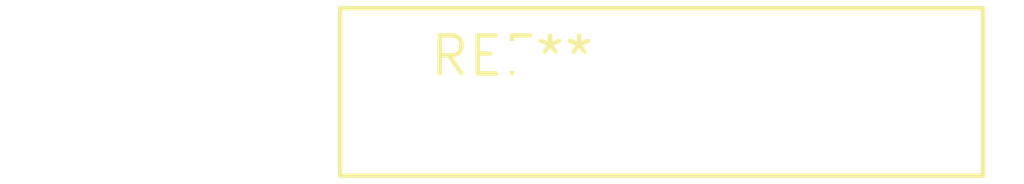
<source format=kicad_pcb>
(kicad_pcb (version 20240108) (generator pcbnew)
  (layers (0 "F.Cu" signal) (31 "B.Cu" signal) (34 "B.Paste" user) (35 "F.Paste" user) (36 "B.SilkS" user "B.Silkscreen") (37 "F.SilkS" user "F.Silkscreen") (38 "B.Mask" user) (39 "F.Mask" user) (44 "Edge.Cuts" user))
  (net 0 "")
  (footprint "RV_Disc_D21.5mm_W5.6mm_P10mm" (layer "F.Cu") (at 0 0)
    (property "Reference" "REF**")
    (property "Value" "RV_Disc_D21.5mm_W5.6mm_P10mm")
    (fp_line (start -5.75 -1.6) (end -5.75 4) (layer "F.SilkS") (stroke (width 0.15)))
    (fp_line (start -5.75 -1.6) (end 15.75 -1.6) (layer "F.SilkS") (stroke (width 0.15)))
    (fp_line (start -5.75 4) (end 15.75 4) (layer "F.SilkS") (stroke (width 0.15)))
    (fp_line (start 15.75 -1.6) (end 15.75 4) (layer "F.SilkS") (stroke (width 0.15)))
    (pad "1" thru_hole circle (at 0 0) (size 2 2) (drill 1) (layers *.Cu *.Mask) (remove_unused_layers))
    (pad "2" thru_hole circle (at 10 2.4) (size 2 2) (drill 1) (layers *.Cu *.Mask) (remove_unused_layers))
  )
)
</source>
